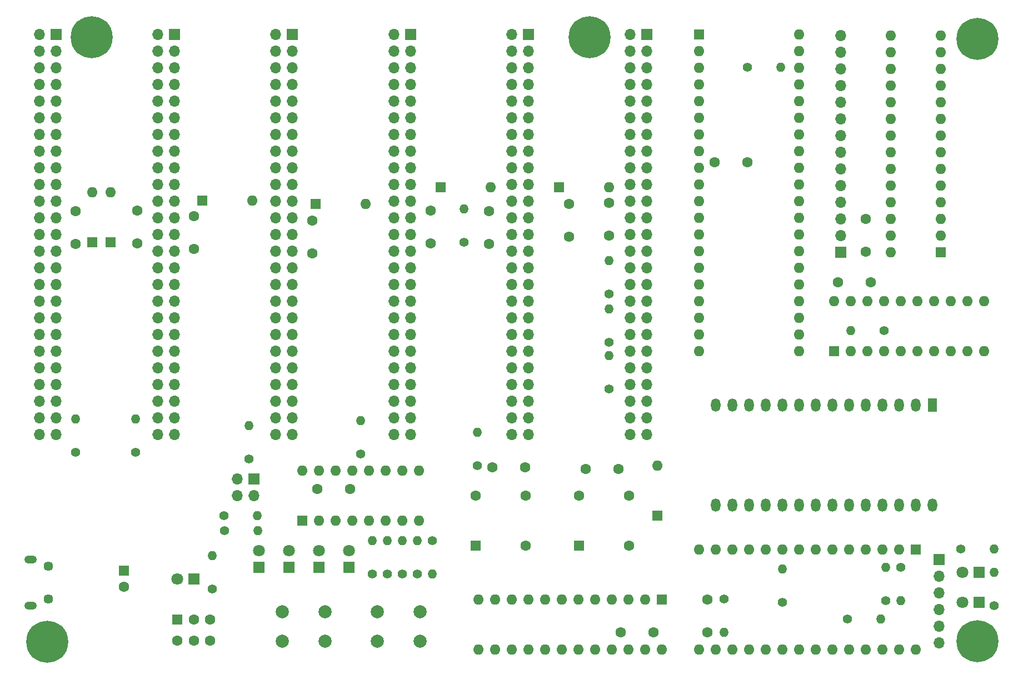
<source format=gbr>
G04 #@! TF.GenerationSoftware,KiCad,Pcbnew,(5.1.10-1-10_14)*
G04 #@! TF.CreationDate,2021-08-30T00:59:46+02:00*
G04 #@! TF.ProjectId,cpu_backplane,6370755f-6261-4636-9b70-6c616e652e6b,rev?*
G04 #@! TF.SameCoordinates,Original*
G04 #@! TF.FileFunction,Soldermask,Bot*
G04 #@! TF.FilePolarity,Negative*
%FSLAX46Y46*%
G04 Gerber Fmt 4.6, Leading zero omitted, Abs format (unit mm)*
G04 Created by KiCad (PCBNEW (5.1.10-1-10_14)) date 2021-08-30 00:59:46*
%MOMM*%
%LPD*%
G01*
G04 APERTURE LIST*
%ADD10O,1.700000X1.700000*%
%ADD11R,1.700000X1.700000*%
%ADD12O,1.400000X1.400000*%
%ADD13C,1.400000*%
%ADD14C,1.600000*%
%ADD15O,1.600000X1.600000*%
%ADD16R,1.600000X1.600000*%
%ADD17C,1.800000*%
%ADD18R,1.800000X1.800000*%
%ADD19O,1.440000X2.000000*%
%ADD20R,1.440000X2.000000*%
%ADD21C,6.400000*%
%ADD22O,1.900000X1.200000*%
%ADD23C,1.450000*%
%ADD24C,2.000000*%
G04 APERTURE END LIST*
D10*
G04 #@! TO.C,J4*
X124968000Y-3556000D03*
X124968000Y-6096000D03*
X124968000Y-8636000D03*
X124968000Y-11176000D03*
X124968000Y-13716000D03*
X124968000Y-16256000D03*
X124968000Y-18796000D03*
X124968000Y-21336000D03*
X124968000Y-23876000D03*
X124968000Y-26416000D03*
X124968000Y-28956000D03*
X124968000Y-31496000D03*
X124968000Y-34036000D03*
D11*
X124968000Y-36576000D03*
G04 #@! TD*
D12*
G04 #@! TO.C,R27*
X115824000Y-8382000D03*
D13*
X110744000Y-8382000D03*
G04 #@! TD*
D14*
G04 #@! TO.C,C5*
X83566000Y-34210000D03*
X83566000Y-29210000D03*
G04 #@! TD*
D15*
G04 #@! TO.C,U7*
X132588000Y-36576000D03*
X140208000Y-3556000D03*
X132588000Y-34036000D03*
X140208000Y-6096000D03*
X132588000Y-31496000D03*
X140208000Y-8636000D03*
X132588000Y-28956000D03*
X140208000Y-11176000D03*
X132588000Y-26416000D03*
X140208000Y-13716000D03*
X132588000Y-23876000D03*
X140208000Y-16256000D03*
X132588000Y-21336000D03*
X140208000Y-18796000D03*
X132588000Y-18796000D03*
X140208000Y-21336000D03*
X132588000Y-16256000D03*
X140208000Y-23876000D03*
X132588000Y-13716000D03*
X140208000Y-26416000D03*
X132588000Y-11176000D03*
X140208000Y-28956000D03*
X132588000Y-8636000D03*
X140208000Y-31496000D03*
X132588000Y-6096000D03*
X140208000Y-34036000D03*
X132588000Y-3556000D03*
D16*
X140208000Y-36576000D03*
G04 #@! TD*
D17*
G04 #@! TO.C,LED4*
X50038000Y-82042000D03*
D18*
X50038000Y-84582000D03*
G04 #@! TD*
D17*
G04 #@! TO.C,LED3*
X45466000Y-82042000D03*
D18*
X45466000Y-84582000D03*
G04 #@! TD*
D17*
G04 #@! TO.C,LED2*
X40894000Y-82042000D03*
D18*
X40894000Y-84582000D03*
G04 #@! TD*
D17*
G04 #@! TO.C,LED1*
X36322000Y-82042000D03*
D18*
X36322000Y-84582000D03*
G04 #@! TD*
D17*
G04 #@! TO.C,D1*
X23876000Y-86360000D03*
D18*
X26416000Y-86360000D03*
G04 #@! TD*
D14*
G04 #@! TO.C,C17*
X91106000Y-69596000D03*
X86106000Y-69596000D03*
G04 #@! TD*
D17*
G04 #@! TO.C,LED6*
X143510000Y-85344000D03*
D18*
X146050000Y-85344000D03*
G04 #@! TD*
D17*
G04 #@! TO.C,LED5*
X143510000Y-89916000D03*
D18*
X146050000Y-89916000D03*
G04 #@! TD*
D12*
G04 #@! TO.C,R26*
X131064000Y-92456000D03*
D13*
X125984000Y-92456000D03*
G04 #@! TD*
D12*
G04 #@! TO.C,R25*
X107188000Y-94488000D03*
D13*
X107188000Y-89408000D03*
G04 #@! TD*
D12*
G04 #@! TO.C,R24*
X116078000Y-84836000D03*
D13*
X116078000Y-89916000D03*
G04 #@! TD*
D14*
G04 #@! TO.C,X3*
X92710000Y-81280000D03*
X92710000Y-73660000D03*
X85090000Y-73660000D03*
D16*
X85090000Y-81280000D03*
G04 #@! TD*
D12*
G04 #@! TO.C,R20*
X148336000Y-81788000D03*
D13*
X143256000Y-81788000D03*
G04 #@! TD*
D12*
G04 #@! TO.C,R19*
X148336000Y-85344000D03*
D13*
X148336000Y-90424000D03*
G04 #@! TD*
D15*
G04 #@! TO.C,U5*
X123952000Y-44069000D03*
X146812000Y-51689000D03*
X126492000Y-44069000D03*
X144272000Y-51689000D03*
X129032000Y-44069000D03*
X141732000Y-51689000D03*
X131572000Y-44069000D03*
X139192000Y-51689000D03*
X134112000Y-44069000D03*
X136652000Y-51689000D03*
X136652000Y-44069000D03*
X134112000Y-51689000D03*
X139192000Y-44069000D03*
X131572000Y-51689000D03*
X141732000Y-44069000D03*
X129032000Y-51689000D03*
X144272000Y-44069000D03*
X126492000Y-51689000D03*
X146812000Y-44069000D03*
D16*
X123952000Y-51689000D03*
G04 #@! TD*
D15*
G04 #@! TO.C,U1*
X42926000Y-69850000D03*
X60706000Y-77470000D03*
X45466000Y-69850000D03*
X58166000Y-77470000D03*
X48006000Y-69850000D03*
X55626000Y-77470000D03*
X50546000Y-69850000D03*
X53086000Y-77470000D03*
X53086000Y-69850000D03*
X50546000Y-77470000D03*
X55626000Y-69850000D03*
X48006000Y-77470000D03*
X58166000Y-69850000D03*
X45466000Y-77470000D03*
X60706000Y-69850000D03*
D16*
X42926000Y-77470000D03*
G04 #@! TD*
D12*
G04 #@! TO.C,R23*
X131826000Y-84582000D03*
D13*
X131826000Y-89662000D03*
G04 #@! TD*
D12*
G04 #@! TO.C,R22*
X8382000Y-61976000D03*
D13*
X8382000Y-67056000D03*
G04 #@! TD*
D12*
G04 #@! TO.C,R21*
X126492000Y-48514000D03*
D13*
X131572000Y-48514000D03*
G04 #@! TD*
D12*
G04 #@! TO.C,R18*
X36068000Y-76708000D03*
D13*
X30988000Y-76708000D03*
G04 #@! TD*
D12*
G04 #@! TO.C,R17*
X36131500Y-78994000D03*
D13*
X31051500Y-78994000D03*
G04 #@! TD*
D12*
G04 #@! TO.C,R16*
X62738000Y-85598000D03*
D13*
X62738000Y-80518000D03*
G04 #@! TD*
D12*
G04 #@! TO.C,R15*
X134112000Y-89662000D03*
D13*
X134112000Y-84582000D03*
G04 #@! TD*
D12*
G04 #@! TO.C,R14*
X89662000Y-37846000D03*
D13*
X89662000Y-42926000D03*
G04 #@! TD*
D12*
G04 #@! TO.C,R13*
X53594000Y-80518000D03*
D13*
X53594000Y-85598000D03*
G04 #@! TD*
D12*
G04 #@! TO.C,R12*
X55880000Y-80518000D03*
D13*
X55880000Y-85598000D03*
G04 #@! TD*
D12*
G04 #@! TO.C,R11*
X58166000Y-80518000D03*
D13*
X58166000Y-85598000D03*
G04 #@! TD*
D12*
G04 #@! TO.C,R10*
X60452000Y-80518000D03*
D13*
X60452000Y-85598000D03*
G04 #@! TD*
D12*
G04 #@! TO.C,R9*
X29210000Y-82804000D03*
D13*
X29210000Y-87884000D03*
G04 #@! TD*
D12*
G04 #@! TO.C,R8*
X89662000Y-52324000D03*
D13*
X89662000Y-57404000D03*
G04 #@! TD*
D12*
G04 #@! TO.C,R6*
X69596000Y-64008000D03*
D13*
X69596000Y-69088000D03*
G04 #@! TD*
D12*
G04 #@! TO.C,R5*
X51816000Y-62230000D03*
D13*
X51816000Y-67310000D03*
G04 #@! TD*
D12*
G04 #@! TO.C,R4*
X34798000Y-62992000D03*
D13*
X34798000Y-68072000D03*
G04 #@! TD*
D12*
G04 #@! TO.C,R3*
X17526000Y-61976000D03*
D13*
X17526000Y-67056000D03*
G04 #@! TD*
D12*
G04 #@! TO.C,R2*
X67564000Y-29972000D03*
D13*
X67564000Y-35052000D03*
G04 #@! TD*
D12*
G04 #@! TO.C,R1*
X89662000Y-45212000D03*
D13*
X89662000Y-50292000D03*
G04 #@! TD*
D15*
G04 #@! TO.C,D8*
X97028000Y-69088000D03*
D16*
X97028000Y-76708000D03*
G04 #@! TD*
D15*
G04 #@! TO.C,D7*
X35306000Y-28702000D03*
D16*
X27686000Y-28702000D03*
G04 #@! TD*
D15*
G04 #@! TO.C,D6*
X52578000Y-29210000D03*
D16*
X44958000Y-29210000D03*
G04 #@! TD*
D15*
G04 #@! TO.C,D5*
X10922000Y-27432000D03*
D16*
X10922000Y-35052000D03*
G04 #@! TD*
D15*
G04 #@! TO.C,D4*
X71628000Y-26670000D03*
D16*
X64008000Y-26670000D03*
G04 #@! TD*
D15*
G04 #@! TO.C,D3*
X89662000Y-26670000D03*
D16*
X82042000Y-26670000D03*
G04 #@! TD*
D15*
G04 #@! TO.C,D2*
X13716000Y-27432000D03*
D16*
X13716000Y-35052000D03*
G04 #@! TD*
D14*
G04 #@! TO.C,C16*
X96440000Y-94488000D03*
X91440000Y-94488000D03*
G04 #@! TD*
G04 #@! TO.C,C15*
X124540000Y-41148000D03*
X129540000Y-41148000D03*
G04 #@! TD*
G04 #@! TO.C,C14*
X104648000Y-89488000D03*
X104648000Y-94488000D03*
G04 #@! TD*
G04 #@! TO.C,C12*
X105744000Y-22860000D03*
X110744000Y-22860000D03*
G04 #@! TD*
G04 #@! TO.C,C11*
X71374000Y-30306000D03*
X71374000Y-35306000D03*
G04 #@! TD*
G04 #@! TO.C,C10*
X26416000Y-31068000D03*
X26416000Y-36068000D03*
G04 #@! TD*
G04 #@! TO.C,C9*
X128778000Y-36496000D03*
X128778000Y-31496000D03*
G04 #@! TD*
G04 #@! TO.C,C8*
X17780000Y-35226000D03*
X17780000Y-30226000D03*
G04 #@! TD*
G04 #@! TO.C,C7*
X8382000Y-30306000D03*
X8382000Y-35306000D03*
G04 #@! TD*
G04 #@! TO.C,C6*
X44450000Y-36750000D03*
X44450000Y-31750000D03*
G04 #@! TD*
G04 #@! TO.C,C4*
X76882000Y-69342000D03*
X71882000Y-69342000D03*
G04 #@! TD*
G04 #@! TO.C,C3*
X62484000Y-35226000D03*
X62484000Y-30226000D03*
G04 #@! TD*
G04 #@! TO.C,C2*
X50212000Y-72644000D03*
X45212000Y-72644000D03*
G04 #@! TD*
G04 #@! TO.C,C1*
X89662000Y-29036000D03*
X89662000Y-34036000D03*
G04 #@! TD*
D10*
G04 #@! TO.C,SLOT0*
X92837000Y-64389000D03*
X95377000Y-64389000D03*
X92837000Y-61849000D03*
X95377000Y-61849000D03*
X92837000Y-59309000D03*
X95377000Y-59309000D03*
X92837000Y-56769000D03*
X95377000Y-56769000D03*
X92837000Y-54229000D03*
X95377000Y-54229000D03*
X92837000Y-51689000D03*
X95377000Y-51689000D03*
X92837000Y-49149000D03*
X95377000Y-49149000D03*
X92837000Y-46609000D03*
X95377000Y-46609000D03*
X92837000Y-44069000D03*
X95377000Y-44069000D03*
X92837000Y-41529000D03*
X95377000Y-41529000D03*
X92837000Y-38989000D03*
X95377000Y-38989000D03*
X92837000Y-36449000D03*
X95377000Y-36449000D03*
X92837000Y-33909000D03*
X95377000Y-33909000D03*
X92837000Y-31369000D03*
X95377000Y-31369000D03*
X92837000Y-28829000D03*
X95377000Y-28829000D03*
X92837000Y-26289000D03*
X95377000Y-26289000D03*
X92837000Y-23749000D03*
X95377000Y-23749000D03*
X92837000Y-21209000D03*
X95377000Y-21209000D03*
X92837000Y-18669000D03*
X95377000Y-18669000D03*
X92837000Y-16129000D03*
X95377000Y-16129000D03*
X92837000Y-13589000D03*
X95377000Y-13589000D03*
X92837000Y-11049000D03*
X95377000Y-11049000D03*
X92837000Y-8509000D03*
X95377000Y-8509000D03*
X92837000Y-5969000D03*
X95377000Y-5969000D03*
X92837000Y-3429000D03*
D11*
X95377000Y-3429000D03*
G04 #@! TD*
D10*
G04 #@! TO.C,J3*
X139954000Y-96075500D03*
X139954000Y-93535500D03*
X139954000Y-90995500D03*
X139954000Y-88455500D03*
X139954000Y-85915500D03*
D11*
X139954000Y-83375500D03*
G04 #@! TD*
D19*
G04 #@! TO.C,U8*
X105918000Y-75120500D03*
X105918000Y-59880500D03*
X108458000Y-75120500D03*
X108458000Y-59880500D03*
X110998000Y-75120500D03*
X110998000Y-59880500D03*
X113538000Y-75120500D03*
X113538000Y-59880500D03*
X116078000Y-75120500D03*
X116078000Y-59880500D03*
X118618000Y-75120500D03*
X118618000Y-59880500D03*
X121158000Y-75120500D03*
X121158000Y-59880500D03*
X123698000Y-75120500D03*
X123698000Y-59880500D03*
X126238000Y-75120500D03*
X126238000Y-59880500D03*
X128778000Y-75120500D03*
X128778000Y-59880500D03*
X131318000Y-75120500D03*
X131318000Y-59880500D03*
X133858000Y-75120500D03*
X133858000Y-59880500D03*
X136398000Y-75120500D03*
X136398000Y-59880500D03*
X138938000Y-75120500D03*
D20*
X138938000Y-59880500D03*
G04 #@! TD*
D21*
G04 #@! TO.C,H6*
X145732500Y-4064000D03*
G04 #@! TD*
G04 #@! TO.C,H5*
X145732500Y-95885000D03*
G04 #@! TD*
D15*
G04 #@! TO.C,U9*
X136398000Y-97155000D03*
X103378000Y-81915000D03*
X133858000Y-97155000D03*
X105918000Y-81915000D03*
X131318000Y-97155000D03*
X108458000Y-81915000D03*
X128778000Y-97155000D03*
X110998000Y-81915000D03*
X126238000Y-97155000D03*
X113538000Y-81915000D03*
X123698000Y-97155000D03*
X116078000Y-81915000D03*
X121158000Y-97155000D03*
X118618000Y-81915000D03*
X118618000Y-97155000D03*
X121158000Y-81915000D03*
X116078000Y-97155000D03*
X123698000Y-81915000D03*
X113538000Y-97155000D03*
X126238000Y-81915000D03*
X110998000Y-97155000D03*
X128778000Y-81915000D03*
X108458000Y-97155000D03*
X131318000Y-81915000D03*
X105918000Y-97155000D03*
X133858000Y-81915000D03*
X103378000Y-97155000D03*
D16*
X136398000Y-81915000D03*
G04 #@! TD*
D15*
G04 #@! TO.C,U6*
X118618000Y-3365500D03*
X103378000Y-51625500D03*
X118618000Y-5905500D03*
X103378000Y-49085500D03*
X118618000Y-8445500D03*
X103378000Y-46545500D03*
X118618000Y-10985500D03*
X103378000Y-44005500D03*
X118618000Y-13525500D03*
X103378000Y-41465500D03*
X118618000Y-16065500D03*
X103378000Y-38925500D03*
X118618000Y-18605500D03*
X103378000Y-36385500D03*
X118618000Y-21145500D03*
X103378000Y-33845500D03*
X118618000Y-23685500D03*
X103378000Y-31305500D03*
X118618000Y-26225500D03*
X103378000Y-28765500D03*
X118618000Y-28765500D03*
X103378000Y-26225500D03*
X118618000Y-31305500D03*
X103378000Y-23685500D03*
X118618000Y-33845500D03*
X103378000Y-21145500D03*
X118618000Y-36385500D03*
X103378000Y-18605500D03*
X118618000Y-38925500D03*
X103378000Y-16065500D03*
X118618000Y-41465500D03*
X103378000Y-13525500D03*
X118618000Y-44005500D03*
X103378000Y-10985500D03*
X118618000Y-46545500D03*
X103378000Y-8445500D03*
X118618000Y-49085500D03*
X103378000Y-5905500D03*
X118618000Y-51625500D03*
D16*
X103378000Y-3365500D03*
G04 #@! TD*
D21*
G04 #@! TO.C,H3*
X10795000Y-3810000D03*
G04 #@! TD*
G04 #@! TO.C,H2*
X4064000Y-95948500D03*
G04 #@! TD*
G04 #@! TO.C,H1*
X86677500Y-3810000D03*
G04 #@! TD*
D10*
G04 #@! TO.C,J2*
X33020000Y-73660000D03*
X33020000Y-71120000D03*
X35560000Y-73660000D03*
D11*
X35560000Y-71120000D03*
G04 #@! TD*
D14*
G04 #@! TO.C,X1*
X76962000Y-81280000D03*
X76962000Y-73660000D03*
X69342000Y-73660000D03*
D16*
X69342000Y-81280000D03*
G04 #@! TD*
D22*
G04 #@! TO.C,J1*
X1493000Y-90431500D03*
X1493000Y-83431500D03*
D23*
X4193000Y-89431500D03*
X4193000Y-84431500D03*
G04 #@! TD*
D15*
G04 #@! TO.C,U4*
X97663000Y-97155000D03*
X69723000Y-89535000D03*
X95123000Y-97155000D03*
X72263000Y-89535000D03*
X92583000Y-97155000D03*
X74803000Y-89535000D03*
X90043000Y-97155000D03*
X77343000Y-89535000D03*
X87503000Y-97155000D03*
X79883000Y-89535000D03*
X84963000Y-97155000D03*
X82423000Y-89535000D03*
X82423000Y-97155000D03*
X84963000Y-89535000D03*
X79883000Y-97155000D03*
X87503000Y-89535000D03*
X77343000Y-97155000D03*
X90043000Y-89535000D03*
X74803000Y-97155000D03*
X92583000Y-89535000D03*
X72263000Y-97155000D03*
X95123000Y-89535000D03*
X69723000Y-97155000D03*
D16*
X97663000Y-89535000D03*
G04 #@! TD*
D24*
G04 #@! TO.C,RESET1*
X54333000Y-95885000D03*
X54333000Y-91385000D03*
X60833000Y-95885000D03*
X60833000Y-91385000D03*
G04 #@! TD*
G04 #@! TO.C,NMI1*
X39855000Y-95885000D03*
X39855000Y-91385000D03*
X46355000Y-95885000D03*
X46355000Y-91385000D03*
G04 #@! TD*
D14*
G04 #@! TO.C,C13*
X15684500Y-87590000D03*
D16*
X15684500Y-85090000D03*
G04 #@! TD*
D14*
G04 #@! TO.C,SW1*
X28876000Y-95783000D03*
X26376000Y-95783000D03*
X23876000Y-95783000D03*
X28876000Y-92583000D03*
X26376000Y-92583000D03*
D16*
X23876000Y-92583000D03*
G04 #@! TD*
D10*
G04 #@! TO.C,SLOT5*
X2837000Y-64389000D03*
X5377000Y-64389000D03*
X2837000Y-61849000D03*
X5377000Y-61849000D03*
X2837000Y-59309000D03*
X5377000Y-59309000D03*
X2837000Y-56769000D03*
X5377000Y-56769000D03*
X2837000Y-54229000D03*
X5377000Y-54229000D03*
X2837000Y-51689000D03*
X5377000Y-51689000D03*
X2837000Y-49149000D03*
X5377000Y-49149000D03*
X2837000Y-46609000D03*
X5377000Y-46609000D03*
X2837000Y-44069000D03*
X5377000Y-44069000D03*
X2837000Y-41529000D03*
X5377000Y-41529000D03*
X2837000Y-38989000D03*
X5377000Y-38989000D03*
X2837000Y-36449000D03*
X5377000Y-36449000D03*
X2837000Y-33909000D03*
X5377000Y-33909000D03*
X2837000Y-31369000D03*
X5377000Y-31369000D03*
X2837000Y-28829000D03*
X5377000Y-28829000D03*
X2837000Y-26289000D03*
X5377000Y-26289000D03*
X2837000Y-23749000D03*
X5377000Y-23749000D03*
X2837000Y-21209000D03*
X5377000Y-21209000D03*
X2837000Y-18669000D03*
X5377000Y-18669000D03*
X2837000Y-16129000D03*
X5377000Y-16129000D03*
X2837000Y-13589000D03*
X5377000Y-13589000D03*
X2837000Y-11049000D03*
X5377000Y-11049000D03*
X2837000Y-8509000D03*
X5377000Y-8509000D03*
X2837000Y-5969000D03*
X5377000Y-5969000D03*
X2837000Y-3429000D03*
D11*
X5377000Y-3429000D03*
G04 #@! TD*
D10*
G04 #@! TO.C,SLOT4*
X20837000Y-64389000D03*
X23377000Y-64389000D03*
X20837000Y-61849000D03*
X23377000Y-61849000D03*
X20837000Y-59309000D03*
X23377000Y-59309000D03*
X20837000Y-56769000D03*
X23377000Y-56769000D03*
X20837000Y-54229000D03*
X23377000Y-54229000D03*
X20837000Y-51689000D03*
X23377000Y-51689000D03*
X20837000Y-49149000D03*
X23377000Y-49149000D03*
X20837000Y-46609000D03*
X23377000Y-46609000D03*
X20837000Y-44069000D03*
X23377000Y-44069000D03*
X20837000Y-41529000D03*
X23377000Y-41529000D03*
X20837000Y-38989000D03*
X23377000Y-38989000D03*
X20837000Y-36449000D03*
X23377000Y-36449000D03*
X20837000Y-33909000D03*
X23377000Y-33909000D03*
X20837000Y-31369000D03*
X23377000Y-31369000D03*
X20837000Y-28829000D03*
X23377000Y-28829000D03*
X20837000Y-26289000D03*
X23377000Y-26289000D03*
X20837000Y-23749000D03*
X23377000Y-23749000D03*
X20837000Y-21209000D03*
X23377000Y-21209000D03*
X20837000Y-18669000D03*
X23377000Y-18669000D03*
X20837000Y-16129000D03*
X23377000Y-16129000D03*
X20837000Y-13589000D03*
X23377000Y-13589000D03*
X20837000Y-11049000D03*
X23377000Y-11049000D03*
X20837000Y-8509000D03*
X23377000Y-8509000D03*
X20837000Y-5969000D03*
X23377000Y-5969000D03*
X20837000Y-3429000D03*
D11*
X23377000Y-3429000D03*
G04 #@! TD*
D10*
G04 #@! TO.C,SLOT3*
X38837000Y-64389000D03*
X41377000Y-64389000D03*
X38837000Y-61849000D03*
X41377000Y-61849000D03*
X38837000Y-59309000D03*
X41377000Y-59309000D03*
X38837000Y-56769000D03*
X41377000Y-56769000D03*
X38837000Y-54229000D03*
X41377000Y-54229000D03*
X38837000Y-51689000D03*
X41377000Y-51689000D03*
X38837000Y-49149000D03*
X41377000Y-49149000D03*
X38837000Y-46609000D03*
X41377000Y-46609000D03*
X38837000Y-44069000D03*
X41377000Y-44069000D03*
X38837000Y-41529000D03*
X41377000Y-41529000D03*
X38837000Y-38989000D03*
X41377000Y-38989000D03*
X38837000Y-36449000D03*
X41377000Y-36449000D03*
X38837000Y-33909000D03*
X41377000Y-33909000D03*
X38837000Y-31369000D03*
X41377000Y-31369000D03*
X38837000Y-28829000D03*
X41377000Y-28829000D03*
X38837000Y-26289000D03*
X41377000Y-26289000D03*
X38837000Y-23749000D03*
X41377000Y-23749000D03*
X38837000Y-21209000D03*
X41377000Y-21209000D03*
X38837000Y-18669000D03*
X41377000Y-18669000D03*
X38837000Y-16129000D03*
X41377000Y-16129000D03*
X38837000Y-13589000D03*
X41377000Y-13589000D03*
X38837000Y-11049000D03*
X41377000Y-11049000D03*
X38837000Y-8509000D03*
X41377000Y-8509000D03*
X38837000Y-5969000D03*
X41377000Y-5969000D03*
X38837000Y-3429000D03*
D11*
X41377000Y-3429000D03*
G04 #@! TD*
D10*
G04 #@! TO.C,SLOT2*
X56837000Y-64389000D03*
X59377000Y-64389000D03*
X56837000Y-61849000D03*
X59377000Y-61849000D03*
X56837000Y-59309000D03*
X59377000Y-59309000D03*
X56837000Y-56769000D03*
X59377000Y-56769000D03*
X56837000Y-54229000D03*
X59377000Y-54229000D03*
X56837000Y-51689000D03*
X59377000Y-51689000D03*
X56837000Y-49149000D03*
X59377000Y-49149000D03*
X56837000Y-46609000D03*
X59377000Y-46609000D03*
X56837000Y-44069000D03*
X59377000Y-44069000D03*
X56837000Y-41529000D03*
X59377000Y-41529000D03*
X56837000Y-38989000D03*
X59377000Y-38989000D03*
X56837000Y-36449000D03*
X59377000Y-36449000D03*
X56837000Y-33909000D03*
X59377000Y-33909000D03*
X56837000Y-31369000D03*
X59377000Y-31369000D03*
X56837000Y-28829000D03*
X59377000Y-28829000D03*
X56837000Y-26289000D03*
X59377000Y-26289000D03*
X56837000Y-23749000D03*
X59377000Y-23749000D03*
X56837000Y-21209000D03*
X59377000Y-21209000D03*
X56837000Y-18669000D03*
X59377000Y-18669000D03*
X56837000Y-16129000D03*
X59377000Y-16129000D03*
X56837000Y-13589000D03*
X59377000Y-13589000D03*
X56837000Y-11049000D03*
X59377000Y-11049000D03*
X56837000Y-8509000D03*
X59377000Y-8509000D03*
X56837000Y-5969000D03*
X59377000Y-5969000D03*
X56837000Y-3429000D03*
D11*
X59377000Y-3429000D03*
G04 #@! TD*
D10*
G04 #@! TO.C,SLOT1*
X74837000Y-64389000D03*
X77377000Y-64389000D03*
X74837000Y-61849000D03*
X77377000Y-61849000D03*
X74837000Y-59309000D03*
X77377000Y-59309000D03*
X74837000Y-56769000D03*
X77377000Y-56769000D03*
X74837000Y-54229000D03*
X77377000Y-54229000D03*
X74837000Y-51689000D03*
X77377000Y-51689000D03*
X74837000Y-49149000D03*
X77377000Y-49149000D03*
X74837000Y-46609000D03*
X77377000Y-46609000D03*
X74837000Y-44069000D03*
X77377000Y-44069000D03*
X74837000Y-41529000D03*
X77377000Y-41529000D03*
X74837000Y-38989000D03*
X77377000Y-38989000D03*
X74837000Y-36449000D03*
X77377000Y-36449000D03*
X74837000Y-33909000D03*
X77377000Y-33909000D03*
X74837000Y-31369000D03*
X77377000Y-31369000D03*
X74837000Y-28829000D03*
X77377000Y-28829000D03*
X74837000Y-26289000D03*
X77377000Y-26289000D03*
X74837000Y-23749000D03*
X77377000Y-23749000D03*
X74837000Y-21209000D03*
X77377000Y-21209000D03*
X74837000Y-18669000D03*
X77377000Y-18669000D03*
X74837000Y-16129000D03*
X77377000Y-16129000D03*
X74837000Y-13589000D03*
X77377000Y-13589000D03*
X74837000Y-11049000D03*
X77377000Y-11049000D03*
X74837000Y-8509000D03*
X77377000Y-8509000D03*
X74837000Y-5969000D03*
X77377000Y-5969000D03*
X74837000Y-3429000D03*
D11*
X77377000Y-3429000D03*
G04 #@! TD*
M02*

</source>
